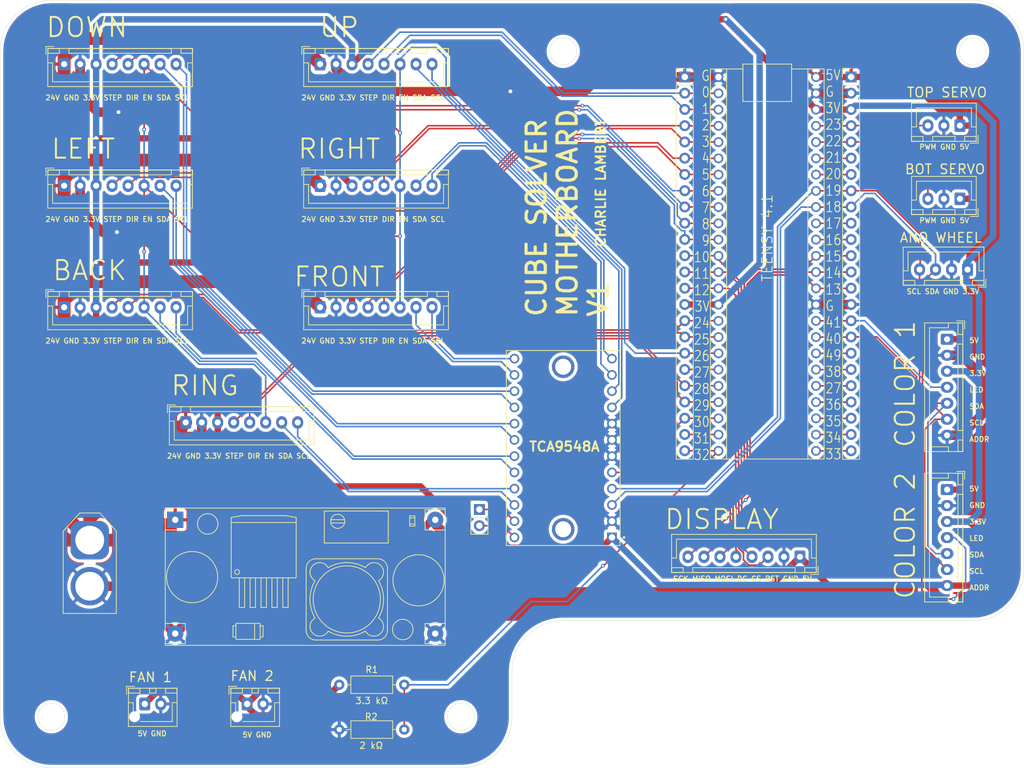
<source format=kicad_pcb>
(kicad_pcb (version 20240108) (generator "pcbnew") (generator_version "8.0")
  (title_block (title "Cube Solver Motherboard") (date "2025-07-10") (rev "A") (company "Designed by Charlie Lambert") (comment 1 "Motherboard for Rubik's Cube Solving Machine"))
  (layers (0 "F.Cu" signal) (31 "B.Cu" signal) (34 "B.Paste" user) (35 "F.Paste" user) (36 "B.SilkS" user "B.Silkscreen") (37 "F.SilkS" user "F.Silkscreen") (38 "B.Mask" user) (39 "F.Mask" user) (44 "Edge.Cuts" user))
  (net 0 "")
  (net 1 "SCL")
  (net 2 "SDA")
  (net 3 "CS")
  (net 4 "MOSI")
  (net 5 "TFT_RESET")
  (net 6 "MISO")
  (net 7 "SCK")
  (net 8 "DC")
  (net 9 "LED1")
  (net 10 "LED2")
  (net 11 "U DIR")
  (net 12 "U STEP")
  (net 13 "D DIR")
  (net 14 "D STEP")
  (net 15 "RING DIR")
  (net 16 "RING STEP")
  (net 17 "R DIR")
  (net 18 "R STEP")
  (net 19 "L STEP")
  (net 20 "L DIR")
  (net 21 "B STEP")
  (net 22 "B DIR")
  (net 23 "F DIR")
  (net 24 "F STEP")
  (net 25 "GND")
  (net 26 "+24V")
  (net 27 "+5V")
  (net 28 "unconnected-(A1-A7-Pad21)")
  (net 29 "unconnected-(A1-A15-Pad39)")
  (net 30 "+3.3V")
  (net 31 "unconnected-(A1-A13-Pad27)")
  (net 32 "unconnected-(A1-D33-Pad33)")
  (net 33 "unconnected-(U2-SCL7-Pad24)")
  (net 34 "unconnected-(A1-D35-Pad35)")
  (net 35 "unconnected-(A1-A2-Pad16)")
  (net 36 "unconnected-(A1-D34-Pad34)")
  (net 37 "unconnected-(U2-SDA7-Pad23)")
  (net 38 "unconnected-(A1-A3-Pad17)")
  (net 39 "unconnected-(A1-D31-Pad31)")
  (net 40 "MOT EN")
  (net 41 "PWR")
  (net 42 "TOP SERVO")
  (net 43 "MUX RST")
  (net 44 "unconnected-(A1-A14-Pad38)")
  (net 45 "BOT SERVO")
  (net 46 "U SDA")
  (net 47 "U SCL")
  (net 48 "D SCL")
  (net 49 "D SDA")
  (net 50 "RING SCL")
  (net 51 "RING SDA")
  (net 52 "R SCL")
  (net 53 "R SDA")
  (net 54 "L SDA")
  (net 55 "L SCL")
  (net 56 "B SDA")
  (net 57 "B SCL")
  (net 58 "F SCL")
  (net 59 "F SDA")
  (net 60 "unconnected-(A1-A6-Pad20)")
  (net 61 "unconnected-(A1-D37-Pad37)")
  (net 62 "unconnected-(A1-D36-Pad36)")
  (footprint "Connector_JST:JST_XH_B8B-XH-A_1x08_P2.50mm_Vertical" (layer "F.Cu") (at 117.249999 93)
    (property "Reference" "J11" (hide yes))
    (property "Value" "Front Motor")
  )
  (footprint "Connector_JST:JST_XH_B8B-XH-A_1x08_P2.50mm_Vertical" (layer "F.Cu") (at 117.249999 74)
    (property "Reference" "J8" (hide yes))
    (property "Value" "Right Motor")
  )
  (footprint "Resistor_THT:R_Axial_DIN0207_L6.3mm_D2.5mm_P10.16mm_Horizontal" (layer "F.Cu") (at 130.409999 159 180)
    (property "Reference" "R2")
    (property "Value" "2 kΩ")
  )
  (footprint "Connector_PinHeader_2.54mm:PinHeader_1x02_P2.54mm_Vertical" (layer "F.Cu") (at 142.149999 124.6)
    (property "Reference" "REF**" (hide yes))
    (property "Value" "PinHeader_1x02_P2.54mm_Vertical")
  )
  (footprint "Connector_PinHeader_2.54mm:PinHeader_1x24_P2.54mm_Vertical" (layer "F.Cu") (at 174.249999 57)
    (property "Reference" "REF**" (hide yes))
    (property "Value" "PinHeader_1x24_P2.54mm_Vertical")
  )
  (footprint "Connector_JST:JST_XH_B8B-XH-A_1x08_P2.50mm_Vertical" (layer "F.Cu") (at 77.249999 74)
    (property "Reference" "J9" (hide yes))
    (property "Value" "Left Motor")
  )
  (footprint "cube_solver_footprints:TEENSY_4.1" (layer "F.Cu") (at 178.249999 55.5)
    (property "Reference" "A1" (hide yes))
    (property "Value" "TEENSY_4.1")
  )
  (footprint "Connector_JST:JST_XH_B7B-XH-A_1x07_P2.50mm_Vertical" (layer "F.Cu") (at 215.249999 98 -90)
    (property "Reference" "J1" (hide yes))
    (property "Value" "Color Sensor 1")
  )
  (footprint "Connector_JST:JST_XH_B3B-XH-A_1x03_P2.50mm_Vertical" (layer "F.Cu") (at 217.249999 76.05 180)
    (property "Reference" "J4" (hide yes))
    (property "Value" "Bottom Servo")
  )
  (footprint "Connector_JST:JST_XH_B4B-XH-A_1x04_P2.50mm_Vertical" (layer "F.Cu") (at 218.449999 87.1 180)
    (property "Reference" "J17" (hide yes))
    (property "Value" "Scroll Wheel")
  )
  (footprint "Connector_PinHeader_2.54mm:PinHeader_1x24_P2.54mm_Vertical" (layer "F.Cu") (at 200.249999 57)
    (property "Reference" "REF**" (hide yes))
    (property "Value" "PinHeader_1x24_P2.54mm_Vertical")
  )
  (footprint "Connector_JST:JST_XH_B8B-XH-A_1x08_P2.50mm_Vertical" (layer "F.Cu") (at 117.249999 55)
    (property "Reference" "J5" (hide yes))
    (property "Value" "Up Motor")
  )
  (footprint "Connector_JST:JST_XH_B7B-XH-A_1x07_P2.50mm_Vertical" (layer "F.Cu") (at 215.249999 121.5 -90)
    (property "Reference" "J2" (hide yes))
    (property "Value" "Color Sensor 2")
  )
  (footprint "Connector_JST:JST_XH_B8B-XH-A_1x08_P2.50mm_Vertical" (layer "F.Cu") (at 192.249999 132 180)
    (property "Reference" "J13" (hide yes))
    (property "Value" "Display Header")
  )
  (footprint "Connector_JST:JST_XH_B2B-XH-AM_1x02_P2.50mm_Vertical" (layer "F.Cu") (at 89.849999 155)
    (property "Reference" "J15" (hide yes))
    (property "Value" "Fan Power 1")
  )
  (footprint "Connector_JST:JST_XH_B8B-XH-A_1x08_P2.50mm_Vertical" (layer "F.Cu") (at 96.249999 111)
    (property "Reference" "J7" (hide yes))
    (property "Value" "Ring Motor")
  )
  (footprint "Connector_JST:JST_XH_B3B-XH-A_1x03_P2.50mm_Vertical" (layer "F.Cu") (at 217.249999 64.6 180)
    (property "Reference" "J3" (hide yes))
    (property "Value" "Top Servo")
  )
  (footprint "cube_solver_footprints:MODULE_2717" (layer "F.Cu") (at 155.249999 115 180)
    (property "Reference" "U2" (hide yes))
    (property "Value" "2717")
  )
  (footprint "Connector_JST:JST_XH_B2B-XH-AM_1x02_P2.50mm_Vertical" (layer "F.Cu") (at 105.849999 155)
    (property "Reference" "J16" (hide yes))
    (property "Value" "Fan Power 2")
  )
  (footprint "Connector_JST:JST_XH_B8B-XH-A_1x08_P2.50mm_Vertical" (layer "F.Cu") (at 77.249999 55)
    (property "Reference" "J6" (hide yes))
    (property "Value" "Down Motor")
  )
  (footprint "Resistor_THT:R_Axial_DIN0207_L6.3mm_D2.5mm_P10.16mm_Horizontal" (layer "F.Cu") (at 120.249999 152)
    (property "Reference" "R1")
    (property "Value" "3.3 kΩ")
  )
  (footprint "Connector_JST:JST_XH_B8B-XH-A_1x08_P2.50mm_Vertical" (layer "F.Cu") (at 77.249999 93)
    (property "Reference" "J10" (hide yes))
    (property "Value" "Back Motor")
  )
  (footprint "Connector_AMASS:AMASS_XT60-M_1x02_P7.20mm_Vertical" (layer "F.Cu") (at 81.249999 129.4 -90)
    (property "Reference" "J14" (hide yes))
    (property "Value" "Power Input")
  )
  (footprint "cube_solver_footprints:YAAJ_DCDC_StepDown_LM2596" (layer "F.Cu") (at 94.609999 126.22)
    (property "Reference" "U1" (hide yes))
    (property "Value" "LM2596")
  )
  (gr_circle (center 155.249999 53) (end 157.349999 53) (stroke (width 0.05)) (fill none) (layer "Edge.Cuts"))
  (gr_line (start 75.249999 45) (end 219.249999 45) (stroke (width 0.05)) (layer "Edge.Cuts"))
  (gr_arc (start 147.249999 157) (mid 144.906853 162.656854) (end 139.249999 165) (stroke (width 0.05)) (layer "Edge.Cuts"))
  (gr_circle (center 219.249999 53) (end 221.349999 53) (stroke (width 0.05)) (fill none) (layer "Edge.Cuts"))
  (gr_circle (center 75.249999 157) (end 77.349999 157) (stroke (width 0.05)) (fill none) (layer "Edge.Cuts"))
  (gr_line (start 227.249999 134) (end 227.249999 53) (stroke (width 0.05)) (layer "Edge.Cuts"))
  (gr_arc (start 227.249999 134) (mid 224.906853 139.656854) (end 219.249999 142) (stroke (width 0.05)) (layer "Edge.Cuts"))
  (gr_arc (start 147.249999 150) (mid 149.593145 144.343146) (end 155.249999 142) (stroke (width 0.05)) (layer "Edge.Cuts"))
  (gr_line (start 219.249999 142) (end 155.249999 142) (stroke (width 0.05)) (layer "Edge.Cuts"))
  (gr_arc (start 75.249999 165) (mid 69.593145 162.656854) (end 67.249999 157) (stroke (width 0.05)) (layer "Edge.Cuts"))
  (gr_circle (center 139.249999 157) (end 141.349999 157) (stroke (width 0.05)) (fill none) (layer "Edge.Cuts"))
  (gr_line (start 67.249999 157) (end 67.249999 53) (stroke (width 0.05)) (layer "Edge.Cuts"))
  (gr_arc (start 219.249999 45) (mid 224.906853 47.343146) (end 227.249999 53) (stroke (width 0.05)) (layer "Edge.Cuts"))
  (gr_line (start 147.249999 157) (end 147.249999 150) (stroke (width 0.05)) (layer "Edge.Cuts"))
  (gr_arc (start 67.249999 53) (mid 69.593145 47.343146) (end 75.249999 45) (stroke (width 0.05)) (layer "Edge.Cuts"))
  (gr_line (start 75.249999 165) (end 139.249999 165) (stroke (width 0.05)) (layer "Edge.Cuts"))
  (gr_text "RING" (at 99.249999 107 0) (layer "F.SilkS") (effects (font (size 3 3) (thickness 0.3) (bold yes)) (justify bottom)))
  (gr_text "DOWN\n" (at 74.249999 51 0) (layer "F.SilkS") (effects (font (size 3 3) (thickness 0.3) (bold yes)) (justify left bottom)))
  (gr_text "COLOR 1" (at 210.449999 105 90) (layer "F.SilkS") (effects (font (size 3 3) (thickness 0.3) (bold yes)) (justify bottom)))
  (gr_text "RIGHT" (at 120.249999 70 0) (layer "F.SilkS") (effects (font (size 3 3) (thickness 0.3) (bold yes)) (justify bottom)))
  (gr_text "ANO WHEEL" (at 207.749999 83 0) (layer "F.SilkS") (effects (font (size 1.5 1.5) (thickness 0.2)) (justify left bottom)))
  (gr_text "24V GND 3.3V STEP DIR EN SDA SCL\n\n" (at 93.249999 118 0) (layer "F.SilkS") (effects (font (size 0.8 0.8) (thickness 0.15) (bold yes)) (justify left bottom)))
  (gr_text "5V\n\nGND\n\n3.3V\n\nLED\n\nSDA\n\nSCL\n\nADDR" (at 218.649999 114.1 0) (layer "F.SilkS") (effects (font (size 0.8 0.8)) (justify left bottom)))
  (gr_text "BACK" (at 81.249999 89 0) (layer "F.SilkS") (effects (font (size 3 3) (thickness 0.3) (bold yes)) (justify bottom)))
  (gr_text "5V GND\n" (at 88.649999 160.1 0) (layer "F.SilkS") (effects (font (size 0.8 0.8) (thickness 0.15) (bold yes)) (justify left bottom)))
  (gr_text "PWM GND 5V" (at 210.849999 79.9 0) (layer "F.SilkS") (effects (font (size 0.8 0.8) (thickness 0.15) (bold yes)) (justify left bottom)))
  (gr_text "5V GND\n" (at 105.049999 160.3 0) (layer "F.SilkS") (effects (font (size 0.8 0.8) (thickness 0.15) (bold yes)) (justify left bottom)))
  (gr_text "UP" (at 120.249999 51 0) (layer "F.SilkS") (effects (font (size 3 3) (thickness 0.3) (bold yes)) (justify bottom)))
  (gr_text "5V\n\nGND\n\n3.3V\n\nLED\n\nSDA\n\nSCL\n\nADDR" (at 218.649999 137.3 0) (layer "F.SilkS") (effects (font (size 0.8 0.8)) (justify left bottom)))
  (gr_text "COLOR 2" (at 210.449999 128.7 90) (layer "F.SilkS") (effects (font (size 3 3) (thickness 0.3) (bold yes)) (justify bottom)))
  (gr_text "24V GND 3.3V STEP DIR EN SDA SCL\n\n" (at 114.249999 81 0) (layer "F.SilkS") (effects (font (size 0.8 0.8) (thickness 0.15) (bold yes)) (justify left bottom)))
  (gr_text "LEFT" (at 80.249999 70 0) (layer "F.SilkS") (effects (font (size 3 3) (thickness 0.3) (bold yes)) (justify bottom)))
  (gr_text "CUBE SOLVER\nMOTHERBOARD\nV1\n" (at 162.499997 94.75 90) (layer "F.SilkS") (effects (font (size 3 3) (thickness 0.5) (bold yes)) (justify left bottom)))
  (gr_text "FAN 1\n" (at 87.249999 151.7 0) (layer "F.SilkS") (effects (font (size 1.5 1.5) (thickness 0.2)) (justify left bottom)))
  (gr_text "24V GND 3.3V STEP DIR EN SDA SCL\n\n" (at 74.249999 81 0) (layer "F.SilkS") (effects (font (size 0.8 0.8) (thickness 0.15) (bold yes)) (justify left bottom)))
  (gr_text "SCK MISO MOSI DC CS RST GND 5V" (at 172.349999 135.9 0) (layer "F.SilkS") (effects (font (size 0.8 0.8) (thickness 0.15) (bold yes)) (justify left bottom)))
  (gr_text "24V GND 3.3V STEP DIR EN SDA SCL\n\n" (at 74.249999 62 0) (layer "F.SilkS") (effects (font (size 0.8 0.8) (thickness 0.15) (bold yes)) (justify left bottom)))
  (gr_text "SCL SDA GND 3.3V\n" (at 208.849999 91 0) (layer "F.SilkS") (effects (font (size 0.8 0.8) (thickness 0.15) (bold yes)) (justify left bottom)))
  (gr_text "24V GND 3.3V STEP DIR EN SDA SCL\n\n" (at 74.249999 100 0) (layer "F.SilkS") (effects (font (size 0.8 0.8) (thickness 0.15) (bold yes)) (justify left bottom)))
  (gr_text "5V\nG\n3V\n23\n22\n21\n20\n19\n18\n17\n16\n15\n14\n13\nG\n41\n40\n49\n38\n27\n36\n35\n34\n33" (at 196.149999 116.9 0) (layer "F.SilkS") (effects (font (size 1.6 1.3)) (justify left bottom)))
  (gr_text "FRONT" (at 120.249999 90 0) (layer "F.SilkS") (effects (font (size 3 3) (thickness 0.3) (bold yes)) (justify bottom)))
  (gr_text "CHARLIE LAMBERT" (at 161.999999 83.75 90) (layer "F.SilkS") (effects (font (size 1.5 1.5) (thickness 0.3) (bold yes)) (justify left bottom)))
  (gr_text "TCA9548A" (at 149.781715 115.660284 0) (layer "F.SilkS") (effects (font (size 1.5 1.5) (thickness 0.3) (bold yes)) (justify left bottom)))
  (gr_text "G\n0\n1\n2\n3\n4\n5\n6\n7\n8\n9\n10\n11\n12\n3V\n24\n25\n26\n27\n28\n29\n30\n31\n32" (at 178.249999 117 0) (layer "F.SilkS") (effects (font (size 1.6 1.3)) (justify right bottom)))
  (gr_text "DISPLAY" (at 180.049999 127.9 0) (layer "F.SilkS") (effects (font (size 3 3) (thickness 0.3) (bold yes)) (justify bottom)))
  (gr_text "24V GND 3.3V STEP DIR EN SDA SCL\n\n" (at 114.249999 62 0) (layer "F.SilkS") (effects (font (size 0.8 0.8) (thickness 0.15) (bold yes)) (justify left bottom)))
  (gr_text "FAN 2" (at 103.149999 151.5 0) (layer "F.SilkS") (effects (font (size 1.5 1.5) (thickness 0.2)) (justify left bottom)))
  (gr_text "PWM GND 5V" (at 210.849999 68.4 0) (layer "F.SilkS") (effects (font (size 0.8 0.8) (thickness 0.15) (bold yes)) (justify left bottom)))
  (gr_text "TOP SERVO" (at 208.849999 60.3 0) (layer "F.SilkS") (effects (font (size 1.5 1.5) (thickness 0.2)) (justify left bottom)))
  (gr_text "BOT SERVO" (at 208.549999 72.3 0) (layer "F.SilkS") (effects (font (size 1.5 1.5) (thickness 0.2)) (justify left bottom)))
  (gr_text "24V GND 3.3V STEP DIR EN SDA SCL\n\n" (at 114.249999 100 0) (layer "F.SilkS") (effects (font (size 0.8 0.8) (thickness 0.15) (bold yes)) (justify left bottom)))
  (segment (start 204.229999 74.78) (end 200.249999 74.78) (width 0.25) (layer "F.Cu") (net 1))
  (segment (start 210.949999 87.1) (end 211.049999 87) (width 0.25) (layer "F.Cu") (net 1))
  (segment (start 215.249999 134) (end 211.749999 130.5) (width 0.25) (layer "F.Cu") (net 1))
  (segment (start 211.049999 81.6) (end 204.229999 74.78) (width 0.25) (layer "F.Cu") (net 1))
  (segment (start 211.749999 112.1) (end 213.349999 110.5) (width 0.25) (layer "F.Cu") (net 1))
  (segment (start 211.749999 130.5) (end 211.749999 112.1) (width 0.25) (layer "F.Cu") (net 1))
  (segment (start 194.759999 74.804) (end 200.225999 74.804) (width 0.25) (layer "F.Cu") (net 1))
  (segment (start 213.349999 110.5) (end 215.249999 110.5) (width 0.25) (layer "F.Cu") (net 1))
  (segment (start 215.249999 110.5) (end 210.949999 106.2) (width 0.25) (layer "F.Cu") (net 1))
  (segment (start 210.949999 106.2) (end 210.949999 87.1) (width 0.25) (layer "F.Cu") (net 1))
  (segment (start 211.049999 87) (end 211.049999 81.6) (width 0.25) (layer "F.Cu") (net 1))
  (segment (start 200.225999 74.804) (end 200.249999 74.78) (width 0.25) (layer "F.Cu") (net 1))
  (segment (start 177.563603 121.35) (end 188.749999 110.163604) (width 0.25) (layer "B.Cu") (net 1))
  (segment (start 162.869999 121.35) (end 177.563603 121.35) (width 0.25) (layer "B.Cu") (net 1))
  (segment (start 194.345999 74.804) (end 194.759999 74.804) (width 0.25) (layer "B.Cu") (net 1))
  (segment (start 188.749999 80.4) (end 194.345999 74.804) (width 0.25) (layer "B.Cu") (net 1))
  (segment (start 188.749999 110.163604) (end 188.749999 80.4) (width 0.25) (layer "B.Cu") (net 1))
  (segment (start 200.225999 77.344) (end 200.249999 77.32) (width 0.25) (layer "F.Cu") (net 2))
  (segment (start 211.399999 89.15) (end 213.449999 87.1) (width 0.25) (layer "F.Cu") (net 2))
  (segment (start 194.759999 77.344) (end 200.225999 77.344) (width 0.25) (layer "F.Cu") (net 2))
  (segment (start 215.249999 108) (end 213.386395 108) (width 0.25) (layer "F.Cu") (net 2))
  (segment (start 211.399999 106.013604) (end 211.399999 89.15) (width 0.25) (layer "F.Cu") (net 2))
  (segment (start 213.386395 108) (end 211.399999 106.013604) (width 0.25) (layer "F.Cu") (net 2))
  (segment (start 192.442395 77.344) (end 194.759999 77.344) (width 0.25) (layer "B.Cu") (net 2))
  (segment (start 213.449999 84.7) (end 203.949999 75.2) (width 0.25) (layer "B.Cu") (net 2))
  (segment (start 189.199999 80.586396) (end 192.442395 77.344) (width 0.25) (layer "B.Cu") (net 2))
  (segment (start 164.959999 121.8) (end 177.749999 121.8) (width 0.25) (layer "B.Cu") (net 2))
  (segment (start 162.869999 123.89) (end 164.959999 121.8) (width 0.25) (layer "B.Cu") (net 2))
  (segment (start 213.449999 87.1) (end 213.449999 84.7) (width 0.25) (layer "B.Cu") (net 2))
  (segment (start 213.449999 131.5) (end 212.249999 130.3) (width 0.25) (layer "B.Cu") (net 2))
  (segment (start 202.369999 75.2) (end 200.249999 77.32) (width 0.25) (layer "B.Cu") (net 2))
  (segment (start 203.949999 75.2) (end 202.369999 75.2) (width 0.25) (layer "B.Cu") (net 2))
  (segment (start 212.249999 111) (end 215.249999 108) (width 0.25) (layer "B.Cu") (net 2))
  (segment (start 215.249999 131.5) (end 213.449999 131.5) (width 0.25) (layer "B.Cu") (net 2))
  (segment (start 177.749999 121.8) (end 189.199999 110.35) (width 0.25) (layer "B.Cu") (net 2))
  (segment (start 189.199999 110.35) (end 189.199999 80.586396) (width 0.25) (layer "B.Cu") (net 2))
  (segment (start 212.249999 130.3) (end 212.249999 111) (width 0.25) (layer "B.Cu") (net 2))
  (segment (start 194.759999 87.504) (end 200.225999 87.504) (width 0.25) (layer "F.Cu") (net 3))
  (segment (start 200.225999 87.504) (end 200.249999 87.48) (width 0.25) (layer "F.Cu") (net 3))
  (segment (start 184.749999 132) (end 183.149999 130.4) (width 0.25) (layer "F.Cu") (net 3))
  (segment (start 183.149999 122.841116) (end 183.999999 121.991116) (width 0.25) (layer "F.Cu") (net 3))
  (segment (start 183.999999 121.991116) (end 183.999999 89.386396) (width 0.25) (layer "F.Cu") (net 3))
  (segment (start 183.149999 130.4) (end 183.149999 122.841116) (width 0.25) (layer "F.Cu") (net 3))
  (segment (start 183.999999 89.386396) (end 185.882395 87.504) (width 0.25) (layer "F.Cu") (net 3))
  (segment (start 185.882395 87.504) (end 194.759999 87.504) (width 0.25) (layer "F.Cu") (net 3))
  (segment (start 182.649999 89.336396) (end 182.649999 121.431928) (width 0.25) (layer "F.Cu") (net 4))
  (segment (start 181.799999 122.281928) (end 181.799999 129.95) (width 0.25) (layer "F.Cu") (net 4))
  (segment (start 182.649999 121.431928) (end 181.799999 122.281928) (width 0.25) (layer "F.Cu") (net 4))
  (segment (start 180.817603 87.504) (end 182.649999 89.336396) (width 0.25) (layer "F.Cu") (net 4))
  (segment (start 174.273999 87.504) (end 174.249999 87.48) (width 0.25) (layer "F.Cu") (net 4))
  (segment (start 179.519999 87.504) (end 180.817603 87.504) (width 0.25) (layer "F.Cu") (net 4))
  (segment (start 179.519999 87.504) (end 174.273999 87.504) (width 0.25) (layer "F.Cu") (net 4))
  (segment (start 181.799999 129.95) (end 179.749999 132) (width 0.25) (layer "F.Cu") (net 4))
  (segment (start 185.695999 87.054) (end 192.669999 87.054) (width 0.25) (layer "F.Cu") (net 5))
  (segment (start 192.669999 87.054) (end 194.759999 84.964) (width 0.25) (layer "F.Cu") (net 5))
  (segment (start 182.699999 130.663299) (end 182.699999 122.65472) (width 0.25) (layer "F.Cu") (net 5))
  (segment (start 183.424999 131.388299) (end 182.699999 130.663299) (width 0.25) (layer "F.Cu") (net 5))
  (segment (start 183.424999 132.461701) (end 183.424999 131.388299) (width 0.25) (layer "F.Cu") (net 5))
  (segment (start 184.263298 133.3) (end 183.424999 132.461701) (width 0.25) (layer "F.Cu") (net 5))
  (segment (start 183.549999 89.2) (end 185.695999 87.054) (width 0.25) (layer "F.Cu") (net 5))
  (segment (start 183.549999 121.80472) (end 183.549999 89.2) (width 0.25) (layer "F.Cu") (net 5))
  (segment (start 194.759999 84.964) (end 200.225999 84.964) (width 0.25) (layer "F.Cu") (net 5))
  (segment (start 182.699999 122.65472) (end 183.549999 121.80472) (width 0.25) (layer "F.Cu") (net 5))
  (segment (start 185.949999 133.3) (end 184.263298 133.3) (width 0.25) (layer "F.Cu") (net 5))
  (segment (start 200.225999 84.964) (end 200.249999 84.94) (width 0.25) (layer "F.Cu") (net 5))
  (segment (start 187.249999 132) (end 185.949999 133.3) (width 0.25) (layer "F.Cu") (net 5))
  (segment (start 179.519999 90.044) (end 181.093999 90.044) (width 0.25) (layer "F.Cu") (net 6))
  (segment (start 179.495999 90.02) (end 179.519999 90.044) (width 0.25) (layer "F.Cu") (net 6))
  (segment (start 181.349999 122.095532) (end 181.349999 127.9) (width 0.25) (layer "F.Cu") (net 6))
  (segment (start 182.199999 121.245532) (end 181.349999 122.095532) (width 0.25) (layer "F.Cu") (net 6))
  (segment (start 182.199999 91.15) (end 182.199999 121.245532) (width 0.25) (layer "F.Cu") (net 6))
  (segment (start 181.093999 90.044) (end 182.199999 91.15) (width 0.25) (layer "F.Cu") (net 6))
  (segment (start 174.249999 90.02) (end 179.495999 90.02) (width 0.25) (layer "F.Cu") (net 6))
  (segment (start 181.349999 127.9) (end 177.249999 132) (width 0.25) (layer "F.Cu") (net 6))
  (segment (start 192.669999 87.954) (end 194.759999 90.044) (width 0.25) (layer "F.Cu") (net 7))
  (segment (start 184.449999 122.425) (end 184.449999 89.572792) (width 0.25) (layer "F.Cu") (net 7))
  (segment (start 183.774999 123.1) (end 184.449999 122.425) (width 0.25) (layer "F.Cu") (net 7))
  (segment (start 180.724999 126.025) (end 180.724999 126) (width 0.25) (layer "F.Cu") (net 7))
  (segment (start 184.449999 89.572792) (end 186.068791 87.954) (width 0.25) (layer "F.Cu") (net 7))
  (segment (start 186.068791 87.954) (end 192.669999 87.954) (width 0.25) (layer "F.Cu") (net 7))
  (segment (start 174.749999 132) (end 180.724999 126.025) (width 0.25) (layer "F.Cu") (net 7))
  (segment (start 200.225999 90.044) (end 200.249999 90.02) (width 0.25) (layer "F.Cu") (net 7))
  (segment (start 194.759999 90.044) (end 200.225999 90.044) (width 0.25) (layer "F.Cu") (net 7))
  (via (at 183.774999 123.1) (size 0.6) (drill 0.3) (layers "F.Cu" "B.Cu") (net 7))
  (via (at 180.724999 126) (size 0.6) (drill 0.3) (layers "F.Cu" "B.Cu") (net 7))
  (segment (start 180.724999 126) (end 180.874999 126) (width 0.25) (layer "B.Cu") (net 7))
  (segment (start 180.874999 126) (end 183.774999 123.1) (width 0.25) (layer "B.Cu") (net 7))
  (segment (start 182.249999 122.468324) (end 183.099999 121.618324) (width 0.25) (layer "F.Cu") (net 8))
  (segment (start 182.825152 131.424847) (end 182.249999 130.849695) (width 0.25) (layer "F.Cu") (net 8))
  (segment (start 179.519999 84.964) (end 179.519999 85.57) (width 0.25) (layer "F.Cu") (net 8))
  (segment (start 183.099999 121.618324) (end 183.099999 90.1) (width 0.25) (layer "F.Cu") (net 8))
  (segment (start 179.519999 85.57) (end 183.099999 89.15) (width 0.25) (layer "F.Cu") (net 8))
  (segment (start 182.249999 132) (end 182.825152 131.424847) (width 0.25) (layer "F.Cu") (net 8))
  (segment (start 183.099999 89.15) (end 183.099999 90.1) (width 0.25) (layer "F.Cu") (net 8))
  (segment (start 179.495999 84.94) (end 179.519999 84.964) (width 0.25) (layer "F.Cu") (net 8))
  (segment (start 174.249999 84.94) (end 179.495999 84.94) (width 0.25) (layer "F.Cu") (net 8))
  (segment (start 182.249999 130.849695) (end 182.249999 122.468324) (width 0.25) (layer "F.Cu") (net 8))
  (segment (start 194.759999 95.124) (end 200.225999 95.124) (width 0.25) (layer "F.Cu") (net 9))
  (segment (start 200.225999 95.124) (end 200.249999 95.1) (width 0.25) (layer "F.Cu") (net 9))
  (segment (start 215.249999 105.5) (end 212.749999 105.5) (width 0.25) (layer "B.Cu") (net 9))
  (segment (start 202.349999 95.1) (end 200.249999 95.1) (width 0.25) (layer "B.Cu") (net 9))
  (segment (start 212.749999 105.5) (end 202.349999 95.1) (width 0.25) (layer "B.Cu") (net 9))
  (segment (start 200.225999 97.664) (end 200.249999 97.64) (width 0.25) (layer "F.Cu") (net 10))
  (segment (start 211.299999 137.25) (end 211.299999 107.186396) (width 0.25) (layer "F.Cu") (net 10))
  (segment (start 210.499999 103.85) (end 204.289999 97.64) (width 0.25) (layer "F.Cu") (net 10))
  (segment (start 211.299999 107.186396) (end 210.499999 106.386396) (width 0.25) (layer "F.Cu") (net 10))
  (segment (start 194.759999 97.664) (end 200.225999 97.664) (width 0.25) (layer "F.Cu") (net 10))
  (segment (start 210.499999 106.386396) (end 210.499999 103.85) (width 0.25) (layer "F.Cu") (net 10))
  (segment (start 216.249999 138.6) (end 212.649999 138.6) (width 0.25) (layer "F.Cu") (net 10))
  (segment (start 212.649999 138.6) (end 211.299999 137.25) (width 0.25) (layer "F.Cu") (net 10))
  (segment (start 204.289999 97.64) (end 200.249999 97.64) (width 0.25) (layer "F.Cu") (net 10))
  (via (at 216.249999 138.6) (size 0.6) (drill 0.3) (layers "F.Cu" "B.Cu") (net 10))
  (segment (start 218.149999 136.7) (end 216.249999 138.6) (width 0.25) (layer "B.Cu") (net 10))
  (segment (start 216.449999 129) (end 218.149999 130.7) (width 0.25) (layer "B.Cu") (net 10))
  (segment (start 218.149999 130.7) (end 218.149999 136.7) (width 0.25) (layer "B.Cu") (net 10))
  (segment (start 215.249999 129) (end 216.449999 129) (width 0.25) (layer "B.Cu") (net 10))
  (segment (start 127.249999 55) (end 127.249999 54.5) (width 0.25) (layer "F.Cu") (net 11))
  (segment (start 179.495999 62.08) (end 179.519999 62.104) (width 0.25) (layer "F.Cu") (net 11))
  (segment (start 174.249999 62.08) (end 179.495999 62.08) (width 0.25) (layer "F.Cu") (net 11))
  (segment (start 145.565746 50.5) (end 155.065746 60) (width 0.25) (layer "B.Cu") (net 11))
  (segment (start 155.065746 60) (end 172.169999 60) (width 0.25) (layer "B.Cu") (net 11))
  (segment (start 127.249999 54.5) (end 131.249999 50.5) (width 0.25) (layer "B.Cu") (net 11))
  (segment (start 172.169999 60) (end 174.249999 62.08) (width 0.25) (layer "B.Cu") (net 11))
  (segment (start 131.249999 50.5) (end 145.565746 50.5) (width 0.25) (layer "B.Cu") (net 11))
  (segment (start 174.273999 59.564) (end 174.249999 59.54) (width 0.25) (layer "F.Cu") (net 12))
  (segment (start 179.519999 59.564) (end 174.273999 59.564) (width 0.25) (layer "F.Cu") (net 12))
  (segment (start 164.999999 59.54) (end 174.249999 59.54) (width 0.25) (layer "B.Cu") (net 12))
  (segment (start 129.749999 50) (end 145.702142 50) (width 0.25) (layer "B.Cu") (net 12))
  (segment (start 124.749999 55) (end 129.749999 50) (width 0.25) (layer "B.Cu") (net 12))
  (segment (start 155.242142 59.54) (end 164.999999 59.54) (width 0.25) (layer "B.Cu") (net 12))
  (segment (start 145.702142 50) (end 155.242142 59.54) (width 0.25) (layer "B.Cu") (net 12))
  (segment (start 98.180697 53.430698) (end 88.819301 53.430698) (width 0.25) (layer "F.Cu") (net 13))
  (segment (start 106.874999 62.125) (end 98.180697 53.430698) (width 0.25) (layer "F.Cu") (net 13))
  (segment (start 88.819301 53.430698) (end 87.249999 55) (width 0.25) (layer "F.Cu") (net 13))
  (segment (start 179.495999 77.32) (end 179.519999 77.344) (width 0.25) (layer "F.Cu") (net 13))
  (segment (start 174.249999 77.32) (end 179.495999 77.32) (width 0.25) (layer "F.Cu") (net 13))
  (segment (start 157.749999 62.125) (end 106.874999 62.125) (width 0.25) (layer "F.Cu") (net 13))
  (via (at 157.749999 62.125) (size 0.6) (drill 0.3) (layers "F.Cu" "B.Cu") (net 13))
  (segment (start 159.054999 62.125) (end 174.249999 77.32) (width 0.25) (layer "B.Cu") (net 13))
  (segment (start 157.749999 62.125) (end 159.054999 62.125) (width 0.25) (layer "B.Cu") (net 13))
  (segment (start 87.024999 52.725) (end 84.749999 55) (width 0.25) (layer "F.Cu") (net 14))
  (segment (start 158.249999 61.5) (end 107.524999 61.5) (width 0.25) (layer "F.Cu") (net 14))
  (segment (start 174.273999 74.804) (end 174.249999 74.78) (width 0.25) (layer "F.Cu") (net 14))
  (segment (start 179.519999 74.804) (end 174.273999 74.804) (width 0.25) (layer "F.Cu") (net 14))
  (segment (start 107.524999 61.5) (end 98.749999 52.725) (width 0.25) (layer "F.Cu") (net 14))
  (segment (start 98.749999 52.725) (end 87.024999 52.725) (width 0.25) (layer "F.Cu") (net 14))
  (via (at 158.249999 61.5) (size 0.6) (drill 0.3) (layers "F.Cu" "B.Cu") (net 14))
  (segment (start 158.249999 61.5) (end 159.066395 61.5) (width 0.25) (layer "B.Cu") (net 14))
  (segment (start 159.066395 61.5) (end 172.346395 74.78) (width 0.25) (layer "B.Cu") (net 14))
  (segment (start 172.346395 74.78) (end 174.249999 74.78) (width 0.25) (layer "B.Cu") (net 14))
  (segment (start 106.249999 111) (end 106.249999 109.136396) (width 0.25) (layer "F.Cu") (net 15))
  (segment (start 174.249999 107.8) (end 179.495999 107.8) (width 0.25) (layer "F.Cu") (net 15))
  (segment (start 166.253603 97.9) (end 173.074999 104.721396) (width 0.25) (layer "F.Cu") (net 15))
  (segment (start 173.074999 106.625) (end 174.249999 107.8) (width 0.25) (layer "F.Cu") (net 15))
  (segment (start 106.249999 109.136396) (end 117.486395 97.9) (width 0.25) (layer "F.Cu") (net 15))
  (segment (start 179.495999 107.8) (end 179.519999 107.824) (width 0.25) (layer "F.Cu") (net 15))
  (segment (start 117.486395 97.9) (end 166.253603 97.9) (width 0.25) (layer "F.Cu") (net 15))
  (segment (start 173.074999 104.721396) (end 173.074999 106.625) (width 0.25) (layer "F.Cu") (net 15))
  (segment (start 166.439999 97.45) (end 174.249999 105.26) (width 0.25) (layer "F.Cu") (net 16))
  (segment (start 179.495999 105.26) (end 179.519999 105.284) (width 0.25) (layer "F.Cu") (net 16))
  (segment (start 117.299999 97.45) (end 166.439999 97.45) (width 0.25) (layer "F.Cu") (net 16))
  (segment (start 174.249999 105.26) (end 179.495999 105.26) (width 0.25) (layer "F.Cu") (net 16))
  (segment (start 103.749999 111) (end 117.299999 97.45) (width 0.25) (layer "F.Cu") (net 16))
  (segment (start 172.159999 65.07) (end 174.249999 67.16) (width 0.25) (layer "F.Cu") (net 17))
  (segment (start 127.249999 72.136396) (end 134.316395 65.07) (width 0.25) (layer "F.Cu") (net 17))
  (segment (start 134.316395 65.07) (end 172.159999 65.07) (width 0.25) (layer "F.Cu") (net 17))
  (segment (start 174.249999 67.16) (end 179.495999 67.16) (width 0.25) (layer "F.Cu") (net 17))
  (segment (start 127.249999 74) (end 127.249999 72.136396) (width 0.25) (layer "F.Cu") (net 17))
  (segment (start 179.495999 67.16) (end 179.519999 67.184) (width 0.25) (layer "F.Cu") (net 17))
  (segment (start 124.749999 74) (end 134.129999 64.62) (width 0.25) (layer "F.Cu") (net 18))
  (segment (start 134.129999 64.62) (end 174.249999 64.62) (width 0.25) (layer "F.Cu") (net 18))
  (segment (start 174.273999 64.644) (end 174.249999 64.62) (width 0.25) (layer "F.Cu") (net 18))
  (segment (start 179.519999 64.644) (end 174.273999 64.644) (width 0.25) (layer "F.Cu") (net 18))
  (segment (start 174.273999 79.884) (end 174.249999 79.86) (width 0.25) (layer "F.Cu") (net 19))
  (segment (start 112.539213 72) (end 118.039213 77.5) (width 0.25) (layer "F.Cu") (net 19))
  (segment (start 138.249999 77.5) (end 149.749999 66) (width 0.25) (layer "F.Cu") (net 19))
  (segment (start 86.749999 72) (end 112.539213 72) (width 0.25) (layer "F.Cu") (net 19))
  (segment (start 179.519999 79.884) (end 174.273999 79.884) (width 0.25) (layer "F.Cu") (net 19))
  (segment (start 149.749999 66) (end 158.249999 66) (width 0.25) (layer "F.Cu") (net 19))
  (segment (start 118.039213 77.5) (end 138.249999 77.5) (width 0.25) (layer "F.Cu") (net 19))
  (segment (start 84.749999 74) (end 86.749999 72) (width 0.25) (layer "F.Cu") (net 19))
  (via (at 158.249999 66) (size 0.6) (drill 0.3) (layers "F.Cu" "B.Cu") (net 19))
  (segment (start 173.074999 76.825) (end 173.074999 78.685) (width 0.25) (layer "B.Cu") (net 19))
  (segment (start 162.249999 66) (end 158.249999 66) (width 0.25) (layer "B.Cu") (net 19))
  (segment (start 173.074999 78.685) (end 174.249999 79.86) (width 0.25) (layer "B.Cu") (net 19))
  (segment (start 162.249999 66) (end 173.074999 76.825) (width 0.25) (layer "B.Cu") (net 19))
  (segment (start 174.249999 82.4) (end 179.495999 82.4) (width 0.25) (layer "F.Cu") (net 20))
  (segment (start 149.786395 66.6) (end 157.724999 66.6) (width 0.25) (layer "F.Cu") (net 20))
  (segment (start 179.495999 82.4) (end 179.519999 82.424) (width 0.25) (layer "F.Cu") (net 20))
  (segment (start 157.724999 66.6) (end 157.749999 66.625) (width 0.25) (layer "F.Cu") (net 20))
  (segment (start 149.786395 66.6) (end 138.436395 77.95) (width 0.25) (layer "F.Cu") (net 20))
  (segment (start 112.602817 72.7) (end 88.549999 72.7) (width 0.25) (layer "F.Cu") (net 20))
  (segment (start 138.436395 77.95) (end 117.852817 77.95) (width 0.25) (layer "F.Cu") (net 20))
  (segment (start 117.852817 77.95) (end 112.602817 72.7) (width 0.25) (layer "F.Cu") (net 20))
  (segment (start 88.549999 72.7) (end 87.249999 74) (width 0.25) (layer "F.Cu") (net 20))
  (via (at 157.749999 66.625) (size 0.6) (drill 0.3) (layers "F.Cu" "B.Cu") (net 20))
  (segment (start 174.249999 82.4) (end 174.249999 81.035) (width 0.25) (layer "B.Cu") (net 20))
  (segment (start 172.624999 79.896701) (end 172.624999 77.011396) (width 0.25) (layer "B.Cu") (net 20))
  (segment (start 173.763298 81.035) (end 172.624999 79.896701) (width 0.25) (layer "B.Cu") (net 20))
  (segment (start 174.249999 81.035) (end 173.763298 81.035) (width 0.25) (layer "B.Cu") (net 20))
  (segment (start 172.624999 77.011396) (end 162.238603 66.625) (width 0.25) (layer "B.Cu") (net 20))
  (segment (start 162.238603 66.625) (end 157.749999 66.625) (width 0.25) (layer "B.Cu") (net 20))
  (segment (start 86.624999 91) (end 99.149999 91) (width 0.25) (layer "F.Cu") (net 21))
  (segment (start 84.749999 93) (end 84.749999 92.875) (width 0.25) (layer "F.Cu") (net 21))
  (segment (start 104.699999 96.55) (end 172.799999 96.55) (width 0.25) (layer "F.Cu") (net 21))
  (segment (start 172.799999 96.55) (end 174.249999 95.1) (width 0.25) (layer "F.Cu") (net 21))
  (segment (start 99.149999 91) (end 104.699999 96.55) (width 0.25) (layer "F.Cu") (net 21))
  (segment (start 174.249999 95.1) (end 179.495999 95.1) (width 0.25) (layer "F.Cu") (net 21))
  (segment (start 179.495999 95.1) (end 179.519999 95.124) (width 0.25) (layer "F.Cu") (net 21))
  (segment (start 84.749999 92.875) (end 86.624999 91) (width 0.25) (layer "F.Cu") (net 21))
  (segment (start 179.495999 97.64) (end 179.519999 97.664) (width 0.25) (layer "F.Cu") (net 22))
  (segment (start 88.749999 91.5) (end 99.013603 91.5) (width 0.25) (layer "F.Cu") (net 22))
  (segment (start 174.249999 97.64) (end 179.495999 97.64) (width 0.25) (layer "F.Cu") (net 22))
  (segment (start 99.013603 91.5) (end 104.513603 97) (width 0.25) (layer "F.Cu") (net 22))
  (segment (start 173.609999 97) (end 174.249999 97.64) (width 0.25) (layer "F.Cu") (net 22))
  (segment (start 104.513603 97) (end 173.609999 97) (width 0.25) (layer "F.Cu") (net 22))
  (segment (start 87.249999 93) (end 88.749999 91.5) (width 0.25) (layer "F.Cu") (net 22))
  (segment (start 127.249999 90.436396) (end 149.786395 67.9) (width 0.25) (layer "F.Cu") (net 23))
  (segment (start 149.786395 67.9) (end 169.909999 67.9) (width 0.25) (layer "F.Cu") (net 23))
  (segment (start 127.249999 93) (end 127.249999 90.436396) (width 0.25) (layer "F.Cu") (net 23))
  (segment (start 169.909999 67.9) (end 174.249999 72.24) (width 0.25) (layer "F.Cu") (net 23))
  (segment (start 174.249999 72.24) (end 179.495999 72.24) (width 0.25) (layer "F.Cu") (net 23))
  (segment (start 179.495999 72.24) (end 179.519999 72.264) (width 0.25) (layer "F.Cu") (net 23))
  (segment (start 124.749999 93) (end 124.749999 92.3) (width 0.25) (layer "F.Cu") (net 24))
  (segment (start 124.749999 92.3) (end 149.749999 67.3) (width 0.25) (layer "F.Cu") (net 24))
  (segment (start 179.519999 69.724) (end 174.273999 69.724) (width 0.25) (layer "F.Cu") (net 24))
  (segment (start 174.273999 69.724) (end 174.249999 69.7) (width 0.25) (layer "F.Cu") (net 24))
  (segment (start 172.449999 69.7) (end 174.249999 69.7) (width 0.25) (layer "F.Cu") (net 24))
  (segment (start 149.749999 67.3) (end 170.049999 67.3) (width 0.25) (layer "F.Cu") (net 24))
  (segment (start 170.049999 67.3) (end 172.449999 69.7) (width 0.25) (layer "F.Cu") (net 24))
  (segment (start 83.249999 81.25) (end 85.499999 81.25) (width 1.5) (layer "F.Cu") (net 25))
  (segment (start 98.749999 139.86) (end 94.609999 144) (width 1.5) (layer "F.Cu") (net 25))
  (segment (start 194.759999 92.584) (end 200.225999 92.584) (width 1.5) (layer "F.Cu") (net 25))
  (segment (start 174.249999 57) (end 160.84081 57) (width 1.5) (layer "F.Cu") (net 25))
  (segment (start 79.749999 55) (end 79.749999 59.75) (width 1.5) (layer "F.Cu") (net 25))
  (segment (start 194.759999 59.564) (end 200.225999 59.564) (width 1.5) (layer "F.Cu") (net 25))
  (segment (start 158.59081 59.25) (end 146.999999 59.25) (width 1.5) (layer "F.Cu") (net 25))
  (segment (start 87.209999 136.6) (end 94.609999 144) (width 1.5) (layer "F.Cu") (net 25))
  (segment (start 200.225999 92.584) (end 200.249999 92.56) (width 1.5) (layer "F.Cu") (net 25))
  (segment (start 98.749999 111) (end 98.749999 139.86) (width 1.5) (layer "F.Cu") (net 25))
  (segment (start 119.749999 55.75) (end 119.749999 55) (width 1.5) (layer "F.Cu") (net 25))
  (segment (start 82.499999 62.5) (end 85.749999 62.5) (width 1.5) (layer "F.Cu") (net 25))
  (segment (start 220.499999 103.525) (end 220.499999 109.975) (width 1.5) (layer "F.Cu") (net 25))
  (segment (start 79.749999 77.75) (end 83.249999 81.25) (width 1.5) (layer "F.Cu") (net 25))
  (segment (start 79.749999 74) (end 79.749999 77.75) (width 1.5) (layer "F.Cu") (net 25))
  (segment (start 200.225999 59.564) (end 200.249999 59.54) (width 1.5) (layer "F.Cu") (net 25))
  (segment (start 81.249999 136.6) (end 87.209999 136.6) (width 1.5) (layer "F.Cu") (net 25))
  (segment (start 174.273999 57.024) (end 174.249999 57) (width 1.5) (layer "F.Cu") (net 25))
  (segment (start 217.474999 100.5) (end 220.499999 103.525) (width 1.5) (layer "F.Cu") (net 25))
  (segment (start 123.249999 59.25) (end 119.749999 55.75) (width 1.5) (layer "F.Cu") (net 25))
  (segment (start 146.999999 59.25) (end 123.249999 59.25) (width 1.5) (layer "F.Cu") (net 25))
  (segment (start 79.749999 59.75) (end 82.499999 62.5) (width 1.5) (layer "F.Cu") (net 25))
  (segment (start 215.249999 100.5) (end 217.474999 100.5) (width 1.5) (layer "F.Cu") (net 25))
  (segment (start 179.519999 57.024) (end 174.273999 57.024) (width 1.5) (layer "F.Cu") (net 25))
  (segment (start 160.84081 57) (end 158.59081 59.25) (width 1.5) (layer "F.Cu") (net 25))
  (segment (start 217.474999 113) (end 215.249999 113) (width 1.5) (layer "F.Cu") (net 25))
  (segment (start 220.499999 109.975) (end 217.474999 113) (width 1.5) (layer "F.Cu") (net 25))
  (via (at 146.999999 59.25) (size 1.2) (drill 0.6) (layers "F.Cu" "B.Cu") (net 25))
  (via (at 85.499999 81.25) (size 1.2) (drill 0.6) (layers "F.Cu" "B.Cu") (net 25))
  (via (at 85.749999 62.5) (size 1.2) (drill 0.6) (layers "F.Cu" "B.Cu") (net 25))
  (segment (start 80.160176 70) (end 113.249999 70) (width 2) (layer "F.Cu") (net 26))
  (segment (start 81.249999 129.4) (end 73.649999 129.4) (width 2) (layer "F.Cu") (net 26))
  (segment (start 74.249999 126) (end 74.249999 81) (width 2) (layer "F.Cu") (net 26))
  (segment (start 113.249999 70) (end 117.249999 74) (width 2) (layer "F.Cu") (net 26))
  (segment (start 81.249999 129.4) (end 77.649999 129.4) (width 2) (layer "F.Cu") (net 26))
  (segment (start 81.249999 129.4) (end 91.429999 129.4) (width 2) (layer "F.Cu") (net 26))
  (segment (start 77.249999 125.4) (end 77.249999 93) (width 2) (layer "F.Cu") (net 26))
  (segment (start 71.249999 68) (end 77.249999 62) (width 2) (layer "F.Cu") (net 26))
  (segment (start 77.249999 62) (end 77.249999 55) (width 2) (layer "F.Cu") (net 26))
  (segment (start 77.249999 74) (end 77.249999 72.910177) (width 2) (layer "F.Cu") (net 26))
  (segment (start 91.429999 129.4) (end 94.609999 126.22) (width 2) (layer "F.Cu") (net 26))
  (segment (start 73.649999 129.4) (end 71.249999 127) (width 2) (layer "F.Cu") (net 26))
  (segment (start 74.249999 81) (end 77.249999 78) (width 2) (layer "F.Cu") (net 26))
  (segment (start 77.249999 93) (end 77.249999 91.910177) (width 2) (layer "F.Cu") (net 26))
  (segment (start 80.160176 51) (end 113.249999 51) (width 2) (layer "F.Cu") (net 26))
  (segment (start 77.249999 78) (end 77.249999 74) (width 2) (layer "F.Cu") (net 26))
  (segment (start 113.249999 89) (end 117.249999 93) (width 2) (layer "F.Cu") (net 26))
  (segment (start 77.249999 53.910177) (end 80.160176 51) (width 2) (layer "F.Cu") (net 26))
  (segment (start 77.249999 91.910177) (end 80.160176 89) (width 2) (layer "F.Cu") (net 26))
  (segment (start 81.249999 129.4) (end 77.249999 125.4) (width 2) (layer "F.Cu") (net 26))
  (segment (start 113.249999 51) (end 117.249999 55) (width 2) (layer "F.Cu") (net 26))
  (segment (start 81.249999 126) (end 96.249999 111) (width 2) (layer "F.Cu") (net 26))
  (segment (start 81.249999 129.4) (end 81.249999 126) (width 2) (layer "F.Cu") (net 26))
  (segment (start 77.249999 72.910177) (end 80.160176 70) (width 2) (layer "F.Cu") (net 26))
  (segment (start 77.649999 129.4) (end 74.249999 126) (width 2) (layer "F.Cu") (net 26))
  (segment (start 71.249999 127) (end 71.249999 68) (width 2) (layer "F.Cu") (net 26))
  (segment (start 80.160176 89) (end 113.249999 89) (width 2) (layer "F.Cu") (net 26))
  (segment (start 77.249999 55) (end 77.249999 53.910177) (width 2) (layer "F.Cu") (net 26))
  (segment (start 215.249999 121.5) (end 220.749999 121.5) (width 1) (layer "F.Cu") (net 27))
  (segment (start 225.249999 126) (end 225.249999 135) (width 1) (layer "F.Cu") (net 27))
  (segment (start 225.249999 135) (end 220.249999 140) (width 1) (layer "F.Cu") (net 27))
  (segment (start 221.299999 76.05) (end 225.249999 80) (width 1) (layer "F.Cu") (net 27))
  (segment (start 225.249999 69) (end 225.249999 80) (width 1) (layer "F.Cu") (net 27))
  (segment (start 215.249999 98) (end 220.249999 98) (width 1) (layer "F.Cu") (net 27))
  (segment (start 220.249999 140) (end 200.249999 140) (width 1) (layer "F.Cu") (net 27))
  (segment (start 220.249999 98) (end 225.249999 103) (width 1) (layer "F.Cu") (net 27))
  (segment (start 115.449999 156.8) (end 120.249999 152) (width 1) (layer "F.Cu") (net 27))
  (segment (start 211.249999 57) (end 217.249999 63) (width 1) (layer "F.Cu") (net 27))
  (segment (start 104.049999 153.2) (end 105.849999 155) (width 1) (layer "F.Cu") (net 27))
  (segment (start 225.249999 80) (end 225.249999 103) (width 1) (layer "F.Cu") (net 27))
  (segment (start 200.249999 140) (end 192.249999 132) (width 1) (layer "F.Cu") (net 27))
  (segment (start 146.5 138.5) (end 185.749999 138.5) (width 1) (layer "F.Cu") (net 27))
  (segment (start 220.749999 121.5) (end 225.249999 126) (width 1) (layer "F.Cu") (net 27))
  (segment (start 217.249999 76.05) (end 221.299999 76.05) (width 1) (layer "F.Cu") (net 27))
  (segment (start 217.249999 64.6) (end 220.849999 64.6) (width 1) (layer "F.Cu") (net 27))
  (segment (start 135.249999 126.22) (end 134.629999 126.22) (width 1) (layer "F.Cu") (net 27))
  (segment (start 135.249999 126.22) (end 135.249999 127.249999) (width 1) (layer "F.Cu") (net 27))
  (segment (start 135.249999 127.249999) (end 146.5 138.5) (width 1) (layer "F.Cu") (net 27))
  (segment (start 225.249999 103) (end 225.249999 126) (width 1) (layer "F.Cu") (net 27))
  (segment (start 217.249999 63) (end 217.249999 64.6) (width 1) (layer "F.Cu") (net 27))
  (segment (start 107.249999 156.8) (end 115.449999 156.8) (width 1) (layer "F.Cu") (net 27))
  (segment (start 105.849999 155) (end 105.849999 155.4) (width 1) (layer "F.Cu") (net 27))
  (segment (start 185.749999 138.5) (end 192.249999 132) (width 1) (layer "F.Cu") (net 27))
  (segment (start 91.649999 153.2) (end 104.049999 153.2) (width 1) (layer "F.Cu") (net 27))
  (segment (start 220.849999 64.6) (end 225.249999 69) (width 1) (layer "F.Cu") (net 27))
  (segment (start 89.849999 155) (end 91.649999 153.2) (width 1) (layer "F.Cu") (net 27))
  (segment (start 194.759999 57.024) (end 200.225999 57.024) (width 1) (layer "F.Cu") (net 27))
  (segment (start 134.629999 126.22) (end 105.849999 155) (width 1) (layer "F.Cu") (net 27))
  (segment (start 105.849999 155.4) (end 107.249999 156.8) (width 1) (layer "F.Cu") (net 27))
  (segment (start 200.225999 57.024) (end 200.249999 57) (width 1) (layer "F.Cu") (net 27))
  (segment (start 211.249999 57) (end 200.249999 57) (width 1) (layer "F.Cu") (net 27))
  (segment (start 200.225999 69.724) (end 200.249999 69.7) (width 0.25) (layer "F.Cu") (net 28))
  (segment (start 194.759999 69.724) (end 200.225999 69.724) (width 0.25) (layer "F.Cu") (net 28))
  (segment (start 200.225999 100.204) (end 200.249999 100.18) (width 0.25) (layer "F.Cu") (net 29))
  (segment (start 194.759999 100.204) (end 200.225999 100.204) (width 0.25) (layer "F.Cu") (net 29))
  (segment (start 101.249999 114.249999) (end 101.249999 111) (width 1) (layer "F.Cu") (net 30))
  (segment (start 162.869999 128.97) (end 161.259238 130.580761) (width 1) (layer "F.Cu") (net 30))
  (segment (start 122.249999 91.5) (end 116.749999 86) (width 1) (layer "F.Cu") (net 30))
  (segment (start 132.957422 121) (end 108 121) (width 1) (layer "F.Cu") (net 30))
  (segment (start 200.225999 62.104) (end 200.249999 62.08) (width 1) (layer "F.Cu") (net 30))
  (segment (start 174.249999 92.56) (end 179.495999 92.56) (width 1) (layer "F.Cu") (net 30))
  (segment (start 218.749999 126.5) (end 215.249999 126.5) (width 1) (layer "F.Cu") (net 30))
  (segment (start 179.495999 92.56) (end 179.519999 92.584) (width 1) (layer "F.Cu") (net 30))
  (segment (start 122.249999 74) (end 114.849999 66.6) (width 1) (layer "F.Cu") (net 30))
  (segment (start 142.538183 130.580761) (end 132.957422 121) (width 1) (layer "F.Cu") (net 30))
  (segment (start 194.759999 62.104) (end 180.647259 47.99126) (width 1) (layer "F.Cu") (net 30))
  (segment (start 220.249999 135) (end 220.249999 128) (width 1) (layer "F.Cu") (net 30))
  (segment (start 101.249999 111) (end 101.249999 109.3) (width 1) (layer "F.Cu") (net 30))
  (segment (start 161.259238 130.580761) (end 142.538183 130.580761) (width 1) (layer "F.Cu") (net 30))
  (segment (start 88.849999 105.6) (end 82.249999 99) (width 1) (layer "F.Cu") (net 30))
  (segment (start 116.749999 86) (end 82.249999 86) (width 1) (layer "F.Cu") (net 30))
  (segment (start 180.647259 47.99126) (end 129.258739 47.99126) (width 1) (layer "F.Cu") (net 30))
  (segment (start 218.749999 136.5) (end 220.249999 135) (width 1) (layer "F.Cu") (net 30))
  (segment (start 82.249999 99) (end 82.249999 93) (width 1) (layer "F.Cu") (net 30))
  (segment (start 122.249999 93) (end 122.249999 91.5) (width 1) (layer "F.Cu") (net 30))
  (segment (start 82.349999 66.6) (end 82.249999 66.5) (width 1) (layer "F.Cu") (net 30))
  (segment (start 129.258739 47.99126) (end 122.249999 55) (width 1) (layer "F.Cu") (net 30))
  (segment (start 114.849999 66.6) (end 82.349999 66.6) (width 1) (layer "F.Cu") (net 30))
  (segment (start 108 121) (end 101.249999 114.249999) (width 1) (layer "F.Cu") (net 30))
  (segment (start 220.249999 128) (end 218.749999 126.5) (width 1) (layer "F.Cu") (net 30))
  (segment (start 194.759999 62.104) (end 200.225999 62.104) (width 1) (layer "F.Cu") (net 30))
  (segment (start 101.249999 109.3) (end 97.549999 105.6) (width 1) (layer "F.Cu") (net 30))
  (segment (start 215.249999 136.5) (end 218.749999 136.5) (width 1) (layer "F.Cu") (net 30))
  (segment (start 97.549999 105.6) (end 88.849999 105.6) (width 1) (layer "F.Cu") (net 30))
  (via (at 82.249999 86) (size 1) (drill 0.5) (layers "F.Cu" "B.Cu") (net 30))
  (via (at 82.249999 66.5) (size 1) (drill 0.5) (layers "F.Cu" "B.Cu") (net 30))
  (via (at 180.647259 47.99126) (size 1) (drill 0.5) (layers "F.Cu" "B.Cu") (net 30))
  (segment (start 82.249999 86) (end 82.249999 93) (width 1) (layer "B.Cu") (net 30))
  (segment (start 222.449999 64.1) (end 219.849999 61.5) (width 1) (layer "B.Cu") (net 30))
  (segment (start 179.519999 92.584) (end 185.949999 86.154) (width 1) (layer "B.Cu") (net 30))
  (segment (start 219.849999 61.5) (end 200.829999 61.5) (width 1) (layer "B.Cu") (net 30))
  (segment (start 222.449999 81.85) (end 222.449999 64.1) (width 1) (layer "B.Cu") (net 30))
  (segment (start 82.249999 66.5) (end 82.249999 67) (width 1) (layer "B.Cu") (net 30))
  (segment (start 220.249999 105) (end 220.249999 91) (width 1) (layer "B.Cu") (net 30))
  (segment (start 82.249999 74) (end 82.249999 86) (width 1) (layer "B.Cu") (net 30))
  (segment (start 218.249999 103) (end 220.249999 105) (width 1) (layer "B.Cu") (net 30))
  (segment (start 200.829999 61.5) (end 200.249999 62.08) (width 1) (layer "B.Cu") (net 30))
  (segment (start 220.249999 91) (end 218.249999 89) (width 1) (layer "B.Cu") (net 30))
  (segment (start 185.949999 86.154) (end 185.949999 53.294) (width 1) (layer "B.Cu") (net 30))
  (segment (start 122.249999 52) (end 122.249999 55) (width 1) (layer "B.Cu") (net 30))
  (segment (start 185.949999 53.294) (end 180.647259 47.99126) (width 1) (layer "B.Cu") (net 30))
  (segment (start 220.249999 125) (end 220.249999 105) (width 1) (layer "B.Cu") (net 30))
  (segment (start 82.249999 49) (end 83.249999 48) (width 1) (layer "B.Cu") (net 30))
  (segment (start 215.249999 103) (end 218.249999 103) (width 1) (layer "B.Cu") (net 30))
  (segment (start 162.869999 128.97) (end 170.299999 136.4) (width 1) (layer "B.Cu") (net 30))
  (segment (start 82.249999 55) (end 82.249999 66.5) (width 1) (layer "B.Cu") (net 30))
  (segment (start 118.249999 48) (end 122.249999 52) (width 1) (layer "B.Cu") (net 30))
  (segment (start 170.299999 136.4) (end 215.149999 136.4) (width 1) (layer "B.Cu") (net 30))
  (segment (start 218.749999 126.5) (end 220.249999 125) (width 1) (layer "B.Cu") (net 30))
  (segment (start 82.249999 55) (end 82.249999 49) (width 1) (layer "B.Cu") (net 30))
  (segment (start 215.249999 126.5) (end 218.749999 126.5) (width 1) (layer "B.Cu") (net 30))
  (segment (start 215.149999 136.4) (end 215.249999 136.5) (width 1) (layer "B.Cu") (net 30))
  (segment (start 218.249999 89) (end 218.249999 86.05) (width 1) (layer "B.Cu") (net 30))
  (segment (start 83.249999 48) (end 118.249999 48) (width 1) (layer "B.Cu") (net 30))
  (segment (start 218.249999 86.05) (end 222.449999 81.85) (width 1) (layer "B.Cu") (net 30))
  (segment (start 82.249999 67) (end 82.249999 74) (width 1) (layer "B.Cu") (net 30))
  (segment (start 174.249999 102.72) (end 179.495999 102.72) (width 0.25) (layer "F.Cu") (net 31))
  (segment (start 179.495999 102.72) (end 179.519999 102.744) (width 0.25) (layer "F.Cu") (net 31))
  (segment (start 200.225999 115.444) (end 200.249999 115.42) (width 0.25) (layer "F.Cu") (net 32))
  (segment (start 194.759999 115.444) (end 200.225999 115.444) (width 0.25) (layer "F.Cu") (net 32))
  (segment (start 142.149999 127.14) (end 145.799999 127.14) (width 0.25) (layer "F.Cu") (net 33))
  (segment (start 145.799999 127.14) (end 147.629999 128.97) (width 0.25) (layer "F.Cu") (net 33))
  (segment (start 200.225999 110.364) (end 200.249999 110.34) (width 0.25) (layer "F.Cu") (net 34))
  (segment (start 194.759999 110.364) (end 200.225999 110.364) (width 0.25) (layer "F.Cu") (net 34))
  (segment (start 200.225999 82.424) (end 200.249999 82.4) (width 0.25) (layer "F.Cu") (net 35))
  (segment (start 194.759999 82.424) (end 200.225999 82.424) (width 0.25) (layer "F.Cu") (net 35))
  (segment (start 194.783999 112.88) (end 194.759999 112.904) (width 0.25) (layer "F.Cu") (net 36))
  (segment (start 200.249999 112.88) (end 194.783999 112.88) (width 0.25) (layer "F.Cu") (net 36))
  (segment (start 142.149999 124.6) (end 145.799999 124.6) (width 0.25) (layer "F.Cu") (net 37))
  (segment (start 145.799999 124.6) (end 147.629999 126.43) (width 0.25) (layer "F.Cu") (net 37))
  (segment (start 194.759999 79.884) (end 200.225999 79.884) (width 0.25) (layer "F.Cu") (net 38))
  (segment (start 200.225999 79.884) (end 200.249999 79.86) (width 0.25) (layer "F.Cu") (net 38))
  (segment (start 179.495999 112.88) (end 179.519999 112.904) (width 0.25) (layer "F.Cu") (net 39))
  (segment (start 174.249999 112.88) (end 179.495999 112.88) (width 0.25) (layer "F.Cu") (net 39))
  (segment (start 89.749999 65.2) (end 89.749999 55) (width 0.25) (layer "F.Cu") (net 40))
  (segment (start 174.249999 100.18) (end 179.495999 100.18) (width 0.25) (layer "F.Cu") (net 40))
  (segment (start 128.549999 64.5) (end 129.749999 65.7) (width 0.25) (layer "F.Cu") (net 40))
  (segment (start 89.749999 55) (end 99.249999 64.5) (width 0.25) (layer "F.Cu") (net 40))
  (segment (start 97.649999 81.9) (end 129.749999 81.9) (width 0.25) (layer "F.Cu") (net 40))
  (segment (start 99.249999 64.5) (end 128.549999 64.5) (width 0.25) (layer "F.Cu") (net 40))
  (segment (start 89.749999 74) (end 97.649999 81.9) (width 0.25) (layer "F.Cu") (net 40))
  (segment (start 89.749999 84.3) (end 89.749999 74) (width 0.25) (layer "F.Cu") (net 40))
  (segment (start 179.495999 100.18) (end 179.519999 100.204) (width 0.25) (layer "F.Cu") (net 40))
  (via (at 89.749999 84.3) (size 0.6) (drill 0.3) (layers "F.Cu" "B.Cu") (net 40))
  (via (at 89.749999 65.2) (size 0.6) (drill 0.3) (layers "F.Cu" "B.Cu") (net 40))
  (via (at 129.749999 65.7) (size 0.6) (drill 0.3) (layers "F.Cu" "B.Cu") (net 40))
  (via (at 129.749999 81.9) (size 0.6) (drill 0.3) (layers "F.Cu" "B.Cu") (net 40))
  (segment (start 129.749999 65.7) (end 129.749999 55) (width 0.25) (layer "B.Cu") (net 40))
  (segment (start 129.749999 93) (end 129.749999 81.9) (width 0.25) (layer "B.Cu") (net 40))
  (segment (start 98.313603 101.9) (end 89.749999 93.336396) (width 0.25) (layer "B.Cu") (net 40))
  (segment (start 164.848999 86.926208) (end 136.949999 59.027208) (width 0.25) (layer "B.Cu") (net 40))
  (segment (start 166.529999 100.18) (end 164.848999 98.499) (width 0.25) (layer "B.Cu") (net 40))
  (segment (start 129.749999 74) (end 129.749999 65.7) (width 0.25) (layer "B.Cu") (net 40))
  (segment (start 136.949999 54) (end 135.349999 52.4) (width 0.25) (layer "B.Cu") (net 40))
  (segment (start 136.949999 59.027208) (end 136.949999 54) (width 0.25) (layer "B.Cu") (net 40))
  (segment (start 89.749999 93) (end 89.749999 84.3) (width 0.25) (layer "B.Cu") (net 40))
  (segment (start 106.913603 101.9) (end 98.313603 101.9) (width 0.25) (layer "B.Cu") (net 40))
  (segment (start 108.749999 111) (end 108.749999 103.736396) (width 0.25) (layer "B.Cu") (net 40))
  (segment (start 131.549999 52.4) (end 129.749999 54.2) (width 0.25) (layer "B.Cu") (net 40))
  (segment (start 129.749999 54.2) (end 129.749999 55) (width 0.25) (layer "B.Cu") (net 40))
  (segment (start 89.749999 74) (end 89.749999 65.2) (width 0.25) (layer "B.Cu") (net 40))
  (segment (start 164.848999 98.499) (end 164.848999 86.926208) (width 0.25) (layer "B.Cu") (net 40))
  (segment (start 135.349999 52.4) (end 131.549999 52.4) (width 0.25) (layer "B.Cu") (net 40))
  (segment (start 174.249999 100.18) (end 166.529999 100.18) (width 0.25) (layer "B.Cu") (net 40))
  (segment (start 108.749999 103.736396) (end 106.913603 101.9) (width 0.25) (layer "B.Cu") (net 40))
  (segment (start 89.749999 93.336396) (end 89.749999 93) (width 0.25) (layer "B.Cu") (net 40))
  (segment (start 129.749999 81.9) (end 129.749999 74) (width 0.25) (layer "B.Cu") (net 40))
  (segment (start 179.495999 115.42) (end 179.519999 115.444) (width 0.25) (layer "F.Cu") (net 41))
  (segment (start 161.563999 133.4) (end 161.449999 133.4) (width 0.25) (layer "F.Cu") (net 41))
  (segment (start 179.519999 115.444) (end 161.563999 133.4) (width 0.25) (layer "F.Cu") (net 41))
  (segment (start 130.409999 152) (end 130.409999 159) (width 0.25) (layer "F.Cu") (net 41))
  (segment (start 174.249999 115.42) (end 179.495999 115.42) (width 0.25) (layer "F.Cu") (net 41))
  (via (at 161.449999 133.4) (size 0.6) (drill 0.3) (layers "F.Cu" "B.Cu") (net 41))
  (segment (start 153.349999 139) (end 150.249999 139) (width 0.25) (layer "B.Cu") (net 41))
  (segment (start 137.249999 152) (end 130.409999 152) (width 0.25) (layer "B.Cu") (net 41))
  (segment (start 150.249999 139) (end 137.249999 152) (width 0.25) (layer "B.Cu") (net 41))
  (segment (start 155.849999 139) (end 153.349999 139) (width 0.25) (layer "B.Cu") (net 41))
  (segment (start 179.519999 115.444) (end 179.519999 116.13) (width 0.25) (layer "B.Cu") (net 41))
  (segment (start 161.449999 133.4) (end 155.849999 139) (width 0.25) (layer "B.Cu") (net 41))
  (segment (start 194.759999 64.644) (end 200.225999 64.644) (width 0.25) (layer "F.Cu") (net 42))
  (segment (start 200.225999 64.644) (end 200.249999 64.62) (width 0.25) (layer "F.Cu") (net 42))
  (segment (start 212.249999 64.6) (end 200.269999 64.6) (width 0.25) (layer "F.Cu") (net 42))
  (segment (start 200.269999 64.6) (end 200.249999 64.62) (width 0.25) (layer "F.Cu") (net 42))
  (segment (start 165.779999 118.81) (end 174.249999 110.34) (width 0.25) (layer "F.Cu") (net 43))
  (segment (start 174.249999 110.34) (end 179.495999 110.34) (width 0.25) (layer "F.Cu") (net 43))
  (segment (start 162.869999 118.81) (end 165.779999 118.81) (width 0.25) (layer "F.Cu") (net 43))
  (segment (start 179.495999 110.34) (end 179.519999 110.364) (width 0.25) (layer "F.Cu") (net 43))
  (segment (start 200.225999 102.744) (end 200.249999 102.72) (width 0.25) (layer "F.Cu") (net 44))
  (segment (start 194.759999 102.744) (end 200.225999 102.744) (width 0.25) (layer "F.Cu") (net 44))
  (segment (start 205.709999 67.16) (end 200.249999 67.16) (width 0.25) (layer "F.Cu") (net 45))
  (segment (start 200.225999 67.184) (end 200.249999 67.16) (width 0.25) (layer "F.Cu") (net 45))
  (segment (start 212.249999 76.05) (end 212.249999 73.7) (width 0.25) (layer "F.Cu") (net 45))
  (segment (start 194.759999 67.184) (end 200.225999 67.184) (width 0.25) (layer "F.Cu") (net 45))
  (segment (start 212.249999 73.7) (end 205.709999 67.16) (width 0.25) (layer "F.Cu") (net 45))
  (segment (start 132.249999 55.6) (end 163.948999 87.299) (width 0.25) (layer "B.Cu") (net 46))
  (segment (start 163.948999 105.031) (end 162.869999 106.11) (width 0.25) (layer "B.Cu") (net 46))
  (segment (start 163.948999 87.299) (end 163.948999 105.031) (width 0.25) (layer "B.Cu") (net 46))
  (segment (start 132.249999 55) (end 132.249999 55.6) (width 0.25) (layer "B.Cu") (net 46))
  (segment (start 164.398999 107.121) (end 162.869999 108.65) (width 0.25) (layer "B.Cu") (net 47))
  (segment (start 164.398999 87.112604) (end 164.398999 107.121) (width 0.25) (layer "B.Cu") (net 47))
  (segment (start 134.749999 57.463604) (end 164.398999 87.112604) (width 0.25) (layer "B.Cu") (net 47))
  (segment (start 134.749999 55) (end 134.749999 57.463604) (width 0.25) (layer "B.Cu") (net 47))
  (segment (start 116.169187 106.11) (end 96.374999 86.315812) (width 0.25) (layer "B.Cu") (net 48))
  (segment (start 96.374999 56.625) (end 94.749999 55) (width 0.25) (layer "B.Cu") (net 48))
  (segment (start 96.374999 86.315812) (end 96.374999 56.625) (width 0.25) (layer "B.Cu") (net 48))
  (segment (start 147.629999 106.11) (end 116.169187 106.11) (width 0.25) (layer "B.Cu") (net 48))
  (segment (start 147.629999 108.65) (end 145.539999 106.56) (width 0.25) (layer "B.Cu") (net 49))
  (segment (start 95.924999 86.502208) (end 95.924999 58.675) (width 0.25) (layer "B.Cu") (net 49))
  (segment (start 95.924999 58.675) (end 92.249999 55) (width 0.25) (layer "B.Cu") (net 49))
  (segment (start 115.982791 106.56) (end 95.924999 86.502208) (width 0.25) (layer "B.Cu") (net 49))
  (segment (start 145.539999 106.56) (end 115.982791 106.56) (width 0.25) (layer "B.Cu") (net 49))
  (segment (start 113.749999 111) (end 113.749999 113.2) (width 0.25) (layer "B.Cu") (net 50))
  (segment (start 121.899999 121.35) (end 147.629999 121.35) (width 0.25) (layer "B.Cu") (net 50))
  (segment (start 113.749999 113.2) (end 121.899999 121.35) (width 0.25) (layer "B.Cu") (net 50))
  (segment (start 121.713603 121.8) (end 145.539999 121.8) (width 0.25) (layer "B.Cu") (net 51))
  (segment (start 111.249999 111.336396) (end 121.713603 121.8) (width 0.25) (layer "B.Cu") (net 51))
  (segment (start 111.249999 111) (end 111.249999 111.336396) (width 0.25) (layer "B.Cu") (net 51))
  (segment (start 145.539999 121.8) (end 147.629999 123.89) (width 0.25) (layer "B.Cu") (net 51))
  (segment (start 161.149999 85.836396) (end 161.149999 101.85) (width 0.25) (layer "B.Cu") (net 52))
  (segment (start 161.149999 101.85) (end 162.869999 103.57) (width 0.25) (layer "B.Cu") (net 52))
  (segment (start 139.136395 67.75) (end 143.063603 67.75) (width 0.25) (layer "B.Cu") (net 52))
  (segment (start 143.063603 67.75) (end 161.149999 85.836396) (width 0.25) (layer "B.Cu") (net 52))
  (segment (start 134.749999 72.136396) (end 139.136395 67.75) (width 0.25) (layer "B.Cu") (net 52))
  (segment (start 134.749999 74) (end 134.749999 72.136396) (width 0.25) (layer "B.Cu") (net 52))
  (segment (start 161.599999 99.76) (end 162.869999 101.03) (width 0.25) (layer "B.Cu") (net 53))
  (segment (start 138.949999 67.3) (end 143.249999 67.3) (width 0.25) (layer "B.Cu") (net 53))
  (segment (start 132.249999 74) (end 138.949999 67.3) (width 0.25) (layer "B.Cu") (net 53))
  (segment (start 161.599999 85.65) (end 161.599999 99.76) (width 0.25) (layer "B.Cu") (net 53))
  (segment (start 143.249999 67.3) (end 161.599999 85.65) (width 0.25) (layer "B.Cu") (net 53))
  (segment (start 92.249999 74) (end 94.299999 76.05) (width 0.25) (layer "B.Cu") (net 54))
  (segment (start 119.789999 111.64) (end 145.539999 111.64) (width 0.25) (layer "B.Cu") (net 54))
  (segment (start 145.539999 111.64) (end 147.629999 113.73) (width 0.25) (layer "B.Cu") (net 54))
  (segment (start 94.299999 86.15) (end 119.789999 111.64) (width 0.25) (layer "B.Cu") (net 54))
  (segment (start 94.299999 76.05) (end 94.299999 86.15) (width 0.25) (layer "B.Cu") (net 54))
  (segment (start 119.976395 111.19) (end 94.749999 85.963604) (width 0.25) (layer "B.Cu") (net 55))
  (segment (start 147.629999 111.19) (end 119.976395 111.19) (width 0.25) (layer "B.Cu") (net 55))
  (segment (start 94.749999 85.963604) (end 94.749999 74) (width 0.25) (layer "B.Cu") (net 55))
  (segment (start 107.099999 101.45) (end 98.499999 101.45) (width 0.25) (layer "B.Cu") (net 56))
  (segment (start 92.249999 95.2) (end 92.249999 93) (width 0.25) (layer "B.Cu") (net 56))
  (segment (start 98.499999 101.45) (end 92.249999 95.2) (width 0.25) (layer "B.Cu") (net 56))
  (segment (start 147.629999 118.81) (end 145.539999 116.72) (width 0.25) (layer "B.Cu") (net 56))
  (segment (start 122.369999 116.72) (end 107.099999 101.45) (width 0.25) (layer "B.Cu") (net 56))
  (segment (start 145.539999 116.72) (end 122.369999 116.72) (width 0.25) (layer "B.Cu") (net 56))
  (segment (start 122.556395 116.27) (end 147.629999 116.27) (width 0.25) (layer "B.Cu") (net 57))
  (segment (start 98.686395 101) (end 107.286395 101) (width 0.25) (layer "B.Cu") (net 57))
  (segment (start 94.749999 97.063604) (end 98.686395 101) (width 0.25) (layer "B.Cu") (net 57))
  (segment (start 107.286395 101) (end 122.556395 116.27) (width 0.25) (layer "B.Cu") (net 57))
  (segment (start 94.749999 93) (end 94.749999 97.063604) (width 0.25) (layer "B.Cu") (net 57))
  (segment (start 134.749999 97.6) (end 138.179999 101.03) (width 0.25) (layer "B.Cu") (net 58))
  (segment (start 134.749999 93) (end 134.749999 97.6) (width 0.25) (layer "B.Cu") (net 58))
  (segment (start 138.179999 101.03) (end 147.629999 101.03) (width 0.25) (layer "B.Cu") (net 58))
  (segment (start 137.993603 101.48) (end 145.539999 101.48) (width 0.25) (layer "B.Cu") (net 59))
  (segment (start 145.539999 101.48) (end 147.629999 103.57) (width 0.25) (layer "B.Cu") (net 59))
  (segment (start 132.249999 93) (end 132.249999 95.736396) (width 0.25) (layer "B.Cu") (net 59))
  (segment (start 132.249999 95.736396) (end 137.993603 101.48) (width 0.25) (layer "B.Cu") (net 59))
  (segment (start 200.225999 72.264) (end 200.249999 72.24) (width 0.25) (layer "F.Cu") (net 60))
  (segment (start 194.759999 72.264) (end 200.225999 72.264) (width 0.25) (layer "F.Cu") (net 60))
  (segment (start 194.759999 105.284) (end 200.225999 105.284) (width 0.25) (layer "F.Cu") (net 61))
  (segment (start 200.225999 105.284) (end 200.249999 105.26) (width 0.25) (layer "F.Cu") (net 61))
  (segment (start 200.225999 107.824) (end 200.249999 107.8) (width 0.25) (layer "F.Cu") (net 62))
  (segment (start 194.759999 107.824) (end 200.225999 107.824) (width 0.25) (layer "F.Cu") (net 62))
  (zone (net 26) (net_name "+24V") (layer "F.Cu") (priority 5) (connect_pads (clearance 0.5)) (min_thickness 0.25) (fill yes (thermal_gap 0.5) (thermal_bridge_width 0.5) (island_removal_mode 1) (island_area_min 10))
    (polygon (pts (xy 97.249999 133) (xy 67.249999 157) (xy 67.249999 133)))
  )
  (zone (net 27) (net_name "+5V") (layer "F.Cu") (priority 1) (connect_pads (clearance 0.5)) (min_thickness 0.25) (fill yes (thermal_gap 0.5) (thermal_bridge_width 0.5))
    (polygon (pts (xy 227.249999 142) (xy 218.249999 142) (xy 218.249999 45) (xy 227.249999 45)))
  )
  (zone (net 27) (net_name "+5V") (layer "F.Cu") (priority 3) (connect_pads (clearance 0.5)) (min_thickness 0.25) (fill yes (thermal_gap 0.5) (thermal_bridge_width 0.5) (island_removal_mode 1) (island_area_min 10))
    (polygon (pts (xy 227.249999 142) (xy 140.249999 142) (xy 120.249999 125) (xy 134.249999 125) (xy 147.249999 136.75) (xy 227.249999 136.75)))
  )
  (zone (net 26) (net_name "+24V") (layer "F.Cu") (priority 4) (connect_pads (clearance 0.5)) (min_thickness 0.25) (fill yes (thermal_gap 0.5) (thermal_bridge_width 0.5) (island_removal_mode 1) (island_area_min 10))
    (polygon (pts (xy 67.249999 133) (xy 97.249999 133) (xy 97.249999 109) (xy 90.249999 109) (xy 78.249999 98) (xy 78.249999 45) (xy 67.249999 45)))
  )
  (zone (net 27) (net_name "+5V") (layer "F.Cu") (priority 2) (connect_pads (clearance 0.5)) (min_thickness 0.25) (fill yes (thermal_gap 0.5) (thermal_bridge_width 0.5) (island_removal_mode 1) (island_area_min 10))
    (polygon (pts (xy 218.249999 45) (xy 181.249999 45) (xy 193.249999 58) (xy 209.249999 58) (xy 217.249999 66.05) (xy 217.249999 76.05) (xy 218.249999 78)))
  )
  (zone (net 25) (net_name "GND") (layer "B.Cu") (connect_pads (clearance 0.5)) (min_thickness 0.25) (fill yes (thermal_gap 0.5) (thermal_bridge_width 0.5))
    (polygon (pts (xy 67.249999 45) (xy 227.249999 45) (xy 227.249999 165) (xy 67.249999 165)))
  )
)
</source>
